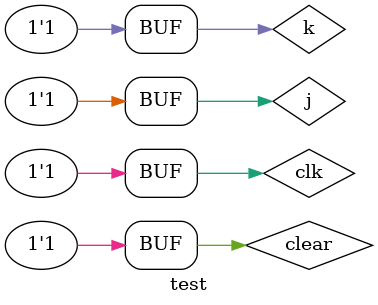
<source format=v>

`include "jk.v"

module contador(output[5:0]s,input x, input y, input clear,input clk);

wire [5:0]qnot;
wire [5:0]snot;
wire snand;
wire sor;
jkff jk0(s[0],qnot[0],x,y,clk,snand);
jkff jk1(s[1],qnot[1],x,y,s[0],snand);
jkff jk2(s[2],qnot[2],x,y,s[1],snand);
jkff jk3(s[3],qnot[3],x,y,s[2],snand);
jkff jk4(s[4],qnot[4],x,y,s[3],snand);
jkff jk5(s[5],qnot[5],x,y,s[4],snand);

not(snot[0],qnot[0]);
not(snot[2],qnot[2]);
not(snot[4],qnot[4]);
not(snot[5],qnot[5]);

and(sor,snot[0],qnot[1],snot[2],qnot[3],snot[4],snot[5]);

and(snand,sor,clear);

endmodule

module test;

reg j, k, clear;
reg clk;
wire [5:0] s;

contador ct1 (s,j,k,clear,clk);
/*
initial begin
  clear = 0;
  j = 1;
  k = 0;
  clk = 0;
end
*/
initial begin:main
               // execucao unitaria
      $display("Exercicio91 - xxx yyy zzz - 999999");
      $display("Teste 1:");
      $monitor ( "%d %b %b %b %b %b %b %b %b %b %d", $time, j, k, clear, clk, s[5],s[4], s[3], s[2], s[1], s[0],s ); 

#1 clk = 1; j=1; k=0; clear=1;
#1 clk = 0; k=1;
#1 clk = 1;
#1 clk = 0;
#1 clk = 1;
#1 clk = 0;
#1 clk = 1;
#1 clk = 0;
#1 clk = 1;
#1 clk = 0;
#1 clk = 1;
#1 clk = 0;
#1 clk = 1;
#1 clk = 1;
#1 clk = 0;
#1 clk = 1;
#1 clk = 0;
#1 clk = 1;
#1 clk = 0;
#1 clk = 1;
#1 clk = 0;
#1 clk = 1;
#1 clk = 0;
#1 clk = 1;
#1 clk = 0;
#1 clk = 1;
#1 clk = 0;
#1 clk = 1;
#1 clk = 0;
#1 clk = 0;
#1 clk = 1;
#1 clk = 0;
#1 clk = 1;
#1 clk = 0;
#1 clk = 1;
#1 clk = 0;
#1 clk = 1;
#1 clk = 0;
#1 clk = 1;
#1 clk = 0;
#1 clk = 1;
#1 clk = 0;
#1 clk = 0;
#1 clk = 1;
#1 clk = 0;
#1 clk = 1;
#1 clk = 0;
#1 clk = 1;
#1 clk = 0;
#1 clk = 1;
#1 clk = 0;
#1 clk = 1;
#1 clk = 0;
#1 clk = 1;
#1 clk = 0;
#1 clk = 0;
#1 clk = 1;
#1 clk = 0;
#1 clk = 1;
#1 clk = 0;
#1 clk = 1;


end
endmodule // testbuffer
</source>
